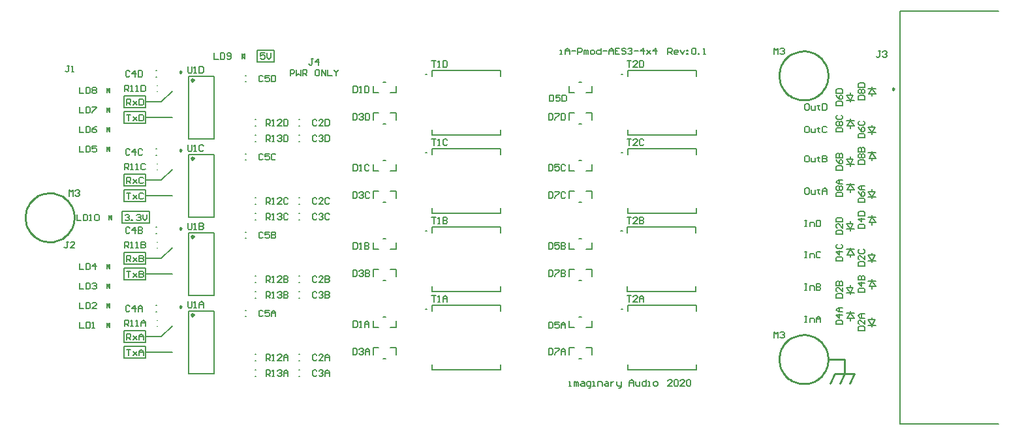
<source format=gto>
G04*
G04 #@! TF.GenerationSoftware,Altium Limited,Altium Designer,20.2.6 (244)*
G04*
G04 Layer_Color=65535*
%FSLAX25Y25*%
%MOIN*%
G70*
G04*
G04 #@! TF.SameCoordinates,92151F8D-A914-4CFD-8B26-E94C02A97E6A*
G04*
G04*
G04 #@! TF.FilePolarity,Positive*
G04*
G01*
G75*
%ADD10C,0.00787*%
%ADD11C,0.00984*%
%ADD12C,0.01000*%
%ADD13C,0.01181*%
%ADD14C,0.00500*%
%ADD15C,0.00600*%
D10*
X307531Y160500D02*
X306744D01*
X307531D01*
Y200500D02*
X306744D01*
X307531D01*
Y240500D02*
X306744D01*
X307531D01*
Y280500D02*
X306744D01*
X307531D01*
X407531Y160500D02*
X406744D01*
X407531D01*
X407394Y200500D02*
X406606D01*
X407394D01*
X407531Y240500D02*
X406744D01*
X407531D01*
Y280500D02*
X406744D01*
X407531D01*
X291905Y151181D02*
Y154626D01*
X280095Y151181D02*
X282949D01*
X289051D02*
X291905D01*
X280095D02*
Y154626D01*
X285311Y156693D02*
X286689D01*
X285311Y196693D02*
X286689D01*
X280095Y191181D02*
Y194626D01*
X289051Y191181D02*
X291905D01*
X280095D02*
X282949D01*
X291905D02*
Y194626D01*
Y231181D02*
Y234626D01*
X280095Y231181D02*
X282949D01*
X289051D02*
X291905D01*
X280095D02*
Y234626D01*
X285311Y236693D02*
X286689D01*
X285311Y276693D02*
X286689D01*
X280095Y271181D02*
Y274626D01*
X289051Y271181D02*
X291905D01*
X280095D02*
X282949D01*
X291905D02*
Y274626D01*
X280095Y137374D02*
Y140819D01*
X289051D02*
X291905D01*
X280095D02*
X282949D01*
X291905Y137374D02*
Y140819D01*
X285311Y135307D02*
X286689D01*
X285311Y175307D02*
X286689D01*
X291905Y177374D02*
Y180819D01*
X280095D02*
X282949D01*
X289051D02*
X291905D01*
X280095Y177374D02*
Y180819D01*
Y217374D02*
Y220819D01*
X289051D02*
X291905D01*
X280095D02*
X282949D01*
X291905Y217374D02*
Y220819D01*
X285311Y215307D02*
X286689D01*
X285311Y255307D02*
X286689D01*
X291905Y257374D02*
Y260819D01*
X280095D02*
X282949D01*
X289051D02*
X291905D01*
X280095Y257374D02*
Y260819D01*
X391905Y151181D02*
Y154626D01*
X380095Y151181D02*
X382949D01*
X389051D02*
X391905D01*
X380095D02*
Y154626D01*
X385311Y156693D02*
X386689D01*
X385311Y196693D02*
X386689D01*
X380095Y191181D02*
Y194626D01*
X389051Y191181D02*
X391905D01*
X380095D02*
X382949D01*
X391905D02*
Y194626D01*
Y231181D02*
Y234626D01*
X380095Y231181D02*
X382949D01*
X389051D02*
X391905D01*
X380095D02*
Y234626D01*
X385311Y236693D02*
X386689D01*
X385311Y276693D02*
X386689D01*
X380095Y271181D02*
Y274626D01*
X389051Y271181D02*
X391905D01*
X380095D02*
X382949D01*
X391905D02*
Y274626D01*
X380095Y137374D02*
Y140819D01*
X389051D02*
X391905D01*
X380095D02*
X382949D01*
X391905Y137374D02*
Y140819D01*
X385311Y135307D02*
X386689D01*
X385311Y175307D02*
X386689D01*
X391905Y177374D02*
Y180819D01*
X380095D02*
X382949D01*
X389051D02*
X391905D01*
X380095Y177374D02*
Y180819D01*
Y217374D02*
Y220819D01*
X389051D02*
X391905D01*
X380095D02*
X382949D01*
X391905Y217374D02*
Y220819D01*
X385311Y215307D02*
X386689D01*
X385311Y255307D02*
X386689D01*
X391905Y257374D02*
Y260819D01*
X380095D02*
X382949D01*
X389051D02*
X391905D01*
X380095Y257374D02*
Y260819D01*
X549352Y102000D02*
X599700D01*
X549352Y313000D02*
X599700D01*
X549352Y102000D02*
Y313000D01*
X535000Y155181D02*
Y156362D01*
Y151638D02*
Y152425D01*
X533032Y155181D02*
X536575D01*
X533032D02*
X535000Y152425D01*
X536575Y155181D01*
X533032Y152425D02*
X536969D01*
X523800Y154758D02*
Y155939D01*
Y158695D02*
Y159482D01*
X522225Y155939D02*
X525769D01*
X523800Y158695D02*
X525769Y155939D01*
X522225D02*
X523800Y158695D01*
X521832D02*
X525769D01*
X523800Y171801D02*
Y172982D01*
Y168258D02*
Y169045D01*
X521832Y171801D02*
X525375D01*
X521832D02*
X523800Y169045D01*
X525375Y171801D01*
X521832Y169045D02*
X525769D01*
X535000Y171138D02*
Y172319D01*
Y175075D02*
Y175862D01*
X533425Y172319D02*
X536969D01*
X535000Y175075D02*
X536969Y172319D01*
X533425D02*
X535000Y175075D01*
X533032D02*
X536969D01*
X535000Y188181D02*
Y189362D01*
Y184638D02*
Y185425D01*
X533032Y188181D02*
X536575D01*
X533032D02*
X535000Y185425D01*
X536575Y188181D01*
X533032Y185425D02*
X536969D01*
X523800Y187258D02*
Y188439D01*
Y191195D02*
Y191982D01*
X522225Y188439D02*
X525769D01*
X523800Y191195D02*
X525769Y188439D01*
X522225D02*
X523800Y191195D01*
X521832D02*
X525769D01*
X523800Y204301D02*
Y205482D01*
Y200758D02*
Y201545D01*
X521832Y204301D02*
X525375D01*
X521832D02*
X523800Y201545D01*
X525375Y204301D01*
X521832Y201545D02*
X525769D01*
X535000Y203758D02*
Y204939D01*
Y207695D02*
Y208482D01*
X533425Y204939D02*
X536969D01*
X535000Y207695D02*
X536969Y204939D01*
X533425D02*
X535000Y207695D01*
X533032D02*
X536969D01*
X186000Y127500D02*
X199000D01*
X186000Y159500D02*
X199000D01*
Y127500D02*
Y159500D01*
X186000Y127500D02*
Y159500D01*
Y167500D02*
Y199500D01*
X199000Y167500D02*
Y199500D01*
X186000D02*
X199000D01*
X186000Y167500D02*
X199000D01*
X186000Y207500D02*
X199000D01*
X186000Y239500D02*
X199000D01*
Y207500D02*
Y239500D01*
X186000Y207500D02*
Y239500D01*
Y247500D02*
Y279500D01*
X199000Y247500D02*
Y279500D01*
X186000D02*
X199000D01*
X186000Y247500D02*
X199000D01*
X533032Y240555D02*
X536969D01*
X533425Y237799D02*
X535000Y240555D01*
X536969Y237799D01*
X533425D02*
X536969D01*
X535000Y240555D02*
Y241342D01*
Y236618D02*
Y237799D01*
X521832Y234545D02*
X525769D01*
X523800D02*
X525375Y237301D01*
X521832D02*
X523800Y234545D01*
X521832Y237301D02*
X525375D01*
X523800Y233758D02*
Y234545D01*
Y237301D02*
Y238482D01*
X533032Y218045D02*
X536969D01*
X535000D02*
X536575Y220801D01*
X533032D02*
X535000Y218045D01*
X533032Y220801D02*
X536575D01*
X535000Y217258D02*
Y218045D01*
Y220801D02*
Y221982D01*
X523800Y220418D02*
Y221599D01*
Y224355D02*
Y225142D01*
X522225Y221599D02*
X525769D01*
X523800Y224355D02*
X525769Y221599D01*
X522225D02*
X523800Y224355D01*
X521832D02*
X525769D01*
X533032Y250845D02*
X536969D01*
X535000D02*
X536575Y253601D01*
X533032D02*
X535000Y250845D01*
X533032Y253601D02*
X536575D01*
X535000Y250058D02*
Y250845D01*
Y253601D02*
Y254782D01*
X532932Y273455D02*
X536868D01*
X533325Y270699D02*
X534900Y273455D01*
X536868Y270699D01*
X533325D02*
X536868D01*
X534900Y273455D02*
Y274242D01*
Y269518D02*
Y270699D01*
X521832Y257055D02*
X525769D01*
X522225Y254299D02*
X523800Y257055D01*
X525769Y254299D01*
X522225D02*
X525769D01*
X523800Y257055D02*
Y257842D01*
Y253118D02*
Y254299D01*
Y270101D02*
Y271282D01*
Y266558D02*
Y267345D01*
X521832Y270101D02*
X525375D01*
X521832D02*
X523800Y267345D01*
X525375Y270101D01*
X521832Y267345D02*
X525769D01*
D11*
X546158Y273182D02*
X545419Y273608D01*
Y272755D01*
X546158Y273182D01*
X182264Y161846D02*
X181526Y162273D01*
Y161420D01*
X182264Y161846D01*
Y201847D02*
X181526Y202273D01*
Y201420D01*
X182264Y201847D01*
Y241846D02*
X181526Y242273D01*
Y241420D01*
X182264Y241846D01*
Y281846D02*
X181526Y282273D01*
Y281420D01*
X182264Y281846D01*
D12*
X512500Y135000D02*
X512461Y135993D01*
X512342Y136980D01*
X512146Y137954D01*
X511873Y138910D01*
X511525Y139841D01*
X511103Y140741D01*
X510612Y141605D01*
X510054Y142428D01*
X509432Y143203D01*
X508750Y143926D01*
X508014Y144593D01*
X507226Y145200D01*
X506393Y145741D01*
X505519Y146215D01*
X504611Y146618D01*
X503673Y146948D01*
X502712Y147202D01*
X501734Y147379D01*
X500745Y147478D01*
X499752Y147497D01*
X498759Y147438D01*
X497775Y147300D01*
X496805Y147085D01*
X495855Y146793D01*
X494931Y146426D01*
X494039Y145987D01*
X493185Y145479D01*
X492374Y144904D01*
X491611Y144267D01*
X490902Y143571D01*
X490249Y142821D01*
X489659Y142022D01*
X489134Y141178D01*
X488677Y140295D01*
X488292Y139379D01*
X487981Y138435D01*
X487746Y137469D01*
X487589Y136488D01*
X487510Y135497D01*
Y134503D01*
X487589Y133512D01*
X487746Y132531D01*
X487981Y131565D01*
X488292Y130621D01*
X488677Y129705D01*
X489134Y128822D01*
X489659Y127978D01*
X490249Y127179D01*
X490902Y126429D01*
X491611Y125733D01*
X492374Y125096D01*
X493185Y124521D01*
X494039Y124013D01*
X494931Y123574D01*
X495855Y123207D01*
X496805Y122915D01*
X497775Y122700D01*
X498759Y122562D01*
X499752Y122503D01*
X500745Y122522D01*
X501734Y122621D01*
X502712Y122798D01*
X503673Y123052D01*
X504611Y123381D01*
X505519Y123784D01*
X506393Y124258D01*
X507226Y124800D01*
X508014Y125407D01*
X508751Y126074D01*
X509432Y126797D01*
X510054Y127573D01*
X510612Y128395D01*
X511103Y129259D01*
X511525Y130159D01*
X511873Y131090D01*
X512146Y132046D01*
X512342Y133020D01*
X512461Y134007D01*
X512500Y135000D01*
Y280000D02*
X512461Y280993D01*
X512342Y281980D01*
X512146Y282954D01*
X511873Y283910D01*
X511525Y284841D01*
X511103Y285741D01*
X510612Y286605D01*
X510054Y287427D01*
X509432Y288203D01*
X508750Y288926D01*
X508014Y289593D01*
X507226Y290200D01*
X506393Y290741D01*
X505519Y291215D01*
X504611Y291618D01*
X503673Y291948D01*
X502712Y292202D01*
X501734Y292379D01*
X500745Y292478D01*
X499752Y292497D01*
X498759Y292438D01*
X497775Y292300D01*
X496805Y292085D01*
X495855Y291793D01*
X494931Y291426D01*
X494039Y290987D01*
X493185Y290479D01*
X492374Y289904D01*
X491611Y289267D01*
X490902Y288571D01*
X490249Y287821D01*
X489659Y287022D01*
X489134Y286178D01*
X488677Y285295D01*
X488292Y284379D01*
X487981Y283435D01*
X487746Y282469D01*
X487589Y281488D01*
X487510Y280497D01*
Y279503D01*
X487589Y278512D01*
X487746Y277531D01*
X487981Y276565D01*
X488292Y275621D01*
X488677Y274705D01*
X489134Y273822D01*
X489659Y272978D01*
X490249Y272179D01*
X490902Y271429D01*
X491611Y270733D01*
X492374Y270096D01*
X493185Y269521D01*
X494039Y269013D01*
X494931Y268574D01*
X495855Y268207D01*
X496805Y267915D01*
X497775Y267700D01*
X498759Y267562D01*
X499752Y267502D01*
X500745Y267522D01*
X501734Y267621D01*
X502712Y267798D01*
X503673Y268052D01*
X504611Y268382D01*
X505519Y268784D01*
X506393Y269258D01*
X507226Y269800D01*
X508014Y270407D01*
X508751Y271074D01*
X509432Y271797D01*
X510054Y272572D01*
X510612Y273395D01*
X511103Y274259D01*
X511525Y275159D01*
X511873Y276090D01*
X512146Y277046D01*
X512342Y278020D01*
X512461Y279007D01*
X512500Y280000D01*
X127500Y207500D02*
X127461Y208493D01*
X127342Y209480D01*
X127146Y210454D01*
X126873Y211410D01*
X126525Y212341D01*
X126103Y213241D01*
X125612Y214105D01*
X125054Y214928D01*
X124432Y215703D01*
X123750Y216426D01*
X123014Y217093D01*
X122226Y217700D01*
X121393Y218242D01*
X120519Y218716D01*
X119611Y219118D01*
X118673Y219448D01*
X117712Y219702D01*
X116734Y219879D01*
X115745Y219978D01*
X114752Y219998D01*
X113759Y219938D01*
X112775Y219800D01*
X111805Y219585D01*
X110855Y219293D01*
X109931Y218926D01*
X109039Y218487D01*
X108185Y217979D01*
X107374Y217404D01*
X106611Y216767D01*
X105902Y216071D01*
X105249Y215321D01*
X104659Y214522D01*
X104133Y213678D01*
X103677Y212795D01*
X103292Y211879D01*
X102981Y210935D01*
X102746Y209969D01*
X102589Y208988D01*
X102510Y207997D01*
Y207003D01*
X102589Y206012D01*
X102746Y205031D01*
X102981Y204065D01*
X103292Y203121D01*
X103677Y202205D01*
X104133Y201322D01*
X104659Y200478D01*
X105249Y199679D01*
X105902Y198929D01*
X106611Y198233D01*
X107374Y197596D01*
X108185Y197021D01*
X109039Y196513D01*
X109931Y196074D01*
X110855Y195707D01*
X111805Y195415D01*
X112775Y195200D01*
X113759Y195062D01*
X114752Y195002D01*
X115745Y195022D01*
X116734Y195121D01*
X117712Y195298D01*
X118673Y195552D01*
X119611Y195881D01*
X120519Y196284D01*
X121393Y196758D01*
X122226Y197300D01*
X123014Y197907D01*
X123750Y198574D01*
X124432Y199297D01*
X125054Y200073D01*
X125612Y200895D01*
X126103Y201759D01*
X126525Y202659D01*
X126873Y203590D01*
X127146Y204546D01*
X127342Y205520D01*
X127461Y206507D01*
X127500Y207500D01*
X513000Y135000D02*
X521000D01*
Y127500D02*
Y135000D01*
X523500Y122500D02*
X526000Y127500D01*
X518500Y122500D02*
X521000Y127500D01*
X513500Y122500D02*
X516000Y127500D01*
X526000D01*
D13*
X188591Y157500D02*
X188000Y158091D01*
X187409Y157500D01*
X188000Y156909D01*
X188591Y157500D01*
Y197500D02*
X188000Y198091D01*
X187409Y197500D01*
X188000Y196909D01*
X188591Y197500D01*
Y237500D02*
X188000Y238090D01*
X187409Y237500D01*
X188000Y236910D01*
X188591Y237500D01*
Y277500D02*
X188000Y278091D01*
X187409Y277500D01*
X188000Y276909D01*
X188591Y277500D01*
D14*
X310138Y129500D02*
Y132220D01*
X345138Y129500D02*
Y132220D01*
Y159780D02*
Y162500D01*
X310138Y159780D02*
Y162500D01*
X345138D01*
X310138Y129500D02*
X345138D01*
X310138Y169500D02*
X345138D01*
X310138Y202500D02*
X345138D01*
X310138Y199779D02*
Y202500D01*
X345138Y199779D02*
Y202500D01*
Y169500D02*
Y172221D01*
X310138Y169500D02*
Y172221D01*
Y209500D02*
Y212221D01*
X345138Y209500D02*
Y212221D01*
Y239779D02*
Y242500D01*
X310138Y239779D02*
Y242500D01*
X345138D01*
X310138Y209500D02*
X345138D01*
X310138Y249500D02*
X345138D01*
X310138Y282500D02*
X345138D01*
X310138Y279780D02*
Y282500D01*
X345138Y279780D02*
Y282500D01*
Y249500D02*
Y252221D01*
X310138Y249500D02*
Y252221D01*
X410138Y129500D02*
Y132220D01*
X445138Y129500D02*
Y132220D01*
Y159780D02*
Y162500D01*
X410138Y159780D02*
Y162500D01*
X445138D01*
X410138Y129500D02*
X445138D01*
X410000Y169500D02*
X445000D01*
X410000Y202500D02*
X445000D01*
X410000Y199779D02*
Y202500D01*
X445000Y199779D02*
Y202500D01*
Y169500D02*
Y172221D01*
X410000Y169500D02*
Y172221D01*
X410138Y209500D02*
Y212221D01*
X445138Y209500D02*
Y212221D01*
Y239779D02*
Y242500D01*
X410138Y239779D02*
Y242500D01*
X445138D01*
X410138Y209500D02*
X445138D01*
X410138Y249500D02*
X445138D01*
X410138Y282500D02*
X445138D01*
X410138Y279780D02*
Y282500D01*
X445138Y279780D02*
Y282500D01*
Y249500D02*
Y252221D01*
X410138Y249500D02*
Y252221D01*
X145300Y206300D02*
Y208700D01*
X145500Y207500D02*
X146700Y208700D01*
Y206300D02*
Y208700D01*
X145500Y207500D02*
X146700Y206300D01*
X144300Y151300D02*
Y153700D01*
X144500Y152500D02*
X145700Y153700D01*
Y151300D02*
Y153700D01*
X144500Y152500D02*
X145700Y151300D01*
X144500Y162500D02*
X145700Y161300D01*
Y163700D01*
X144500Y162500D02*
X145700Y163700D01*
X144300Y161300D02*
Y163700D01*
Y181300D02*
Y183700D01*
X144500Y182500D02*
X145700Y183700D01*
Y181300D02*
Y183700D01*
X144500Y182500D02*
X145700Y181300D01*
X144500Y172500D02*
X145700Y171300D01*
Y173700D01*
X144500Y172500D02*
X145700Y173700D01*
X144300Y171300D02*
Y173700D01*
Y241300D02*
Y243700D01*
X144500Y242500D02*
X145700Y243700D01*
Y241300D02*
Y243700D01*
X144500Y242500D02*
X145700Y241300D01*
X144500Y252500D02*
X145700Y251300D01*
Y253700D01*
X144500Y252500D02*
X145700Y253700D01*
X144300Y251300D02*
Y253700D01*
Y261300D02*
Y263700D01*
X144500Y262500D02*
X145700Y263700D01*
Y261300D02*
Y263700D01*
X144500Y262500D02*
X145700Y261300D01*
X144500Y272500D02*
X145700Y271300D01*
Y273700D01*
X144500Y272500D02*
X145700Y273700D01*
X144300Y271300D02*
Y273700D01*
X213100Y288800D02*
Y291200D01*
X213300Y290000D02*
X214500Y291200D01*
Y288800D02*
Y291200D01*
X213300Y290000D02*
X214500Y288800D01*
X219900Y137600D02*
X220100D01*
X219900Y134400D02*
X220100D01*
X219900Y174400D02*
X220100D01*
X219900Y177600D02*
X220100D01*
X219900Y217600D02*
X220100D01*
X219900Y214400D02*
X220100D01*
X219900Y254400D02*
X220100D01*
X219900Y257600D02*
X220100D01*
X219900Y129600D02*
X220100D01*
X219900Y126400D02*
X220100D01*
X219900Y166400D02*
X220100D01*
X219900Y169600D02*
X220100D01*
X219900Y209600D02*
X220100D01*
X219900Y206400D02*
X220100D01*
X219900Y246400D02*
X220100D01*
X219900Y249600D02*
X220100D01*
X169743Y155100D02*
X169942D01*
X169743Y151900D02*
X169942D01*
X169743Y191900D02*
X169942D01*
X169743Y195100D02*
X169942D01*
X169743Y235100D02*
X169942D01*
X169743Y231900D02*
X169942D01*
X169743Y271900D02*
X169942D01*
X169743Y275100D02*
X169942D01*
X242303Y134425D02*
X242697D01*
X242303Y137575D02*
X242697D01*
X242303Y177575D02*
X242697D01*
X242303Y174425D02*
X242697D01*
X242303Y214425D02*
X242697D01*
X242303Y217575D02*
X242697D01*
X242303Y257575D02*
X242697D01*
X242303Y254425D02*
X242697D01*
X242303Y126425D02*
X242697D01*
X242303Y129575D02*
X242697D01*
X242303Y169575D02*
X242697D01*
X242303Y166425D02*
X242697D01*
X242303Y206425D02*
X242697D01*
X242303Y209575D02*
X242697D01*
X242303Y249575D02*
X242697D01*
X242303Y246425D02*
X242697D01*
X169153Y159425D02*
X169547D01*
X169153Y162575D02*
X169547D01*
X169153Y202575D02*
X169547D01*
X169153Y199425D02*
X169547D01*
X169153Y239425D02*
X169547D01*
X169153Y242575D02*
X169547D01*
X169153Y282575D02*
X169547D01*
X169153Y279425D02*
X169547D01*
X214803Y160075D02*
X215197D01*
X214803Y156925D02*
X215197D01*
X214803Y196925D02*
X215197D01*
X214803Y200075D02*
X215197D01*
X214803Y240075D02*
X215197D01*
X214803Y236925D02*
X215197D01*
X214803Y276925D02*
X215197D01*
X214803Y280075D02*
X215197D01*
D15*
X152000Y204500D02*
Y210500D01*
Y204500D02*
X166000D01*
X152000Y210500D02*
X166000D01*
X221000Y287000D02*
X229500D01*
X221000D02*
Y293000D01*
X229500Y287000D02*
Y293000D01*
X221000D02*
X229500D01*
X166000Y204500D02*
Y210500D01*
X164000Y258500D02*
X177500D01*
X164000Y218500D02*
X177500D01*
X164000Y266500D02*
X172000D01*
X177500Y272000D01*
X164000Y226500D02*
X172000D01*
X177500Y232000D01*
X164000Y186500D02*
X172000D01*
X177500Y192000D01*
X164000Y178500D02*
X177500D01*
X172000Y146500D02*
X177500Y152000D01*
X164000Y146500D02*
X172000D01*
X164000Y138500D02*
X177500D01*
X153000Y269500D02*
X164000D01*
Y263500D02*
Y269500D01*
X153000Y263500D02*
Y269500D01*
Y263500D02*
X164000D01*
X153000Y261500D02*
X164000D01*
Y255500D02*
Y261500D01*
X153000Y255500D02*
Y261500D01*
Y255500D02*
X164000D01*
X153000Y229500D02*
X164000D01*
Y223500D02*
Y229500D01*
X153000Y223500D02*
Y229500D01*
Y223500D02*
X164000D01*
X153000Y221500D02*
X164000D01*
Y215500D02*
Y221500D01*
X153000Y215500D02*
Y221500D01*
Y215500D02*
X164000D01*
X153000Y189500D02*
X164000D01*
Y183500D02*
Y189500D01*
X153000Y183500D02*
Y189500D01*
Y183500D02*
X164000D01*
X153000Y181500D02*
X164000D01*
Y175500D02*
Y181500D01*
X153000Y175500D02*
Y181500D01*
Y175500D02*
X164000D01*
X153000Y149500D02*
X164000D01*
Y143500D02*
Y149500D01*
X153000Y143500D02*
Y149500D01*
Y143500D02*
X164000D01*
X153000Y135500D02*
X164000D01*
X153000D02*
Y141500D01*
X164000Y135500D02*
Y141500D01*
X153000D02*
X164000D01*
X153402Y208566D02*
X153935Y209100D01*
X155001D01*
X155534Y208566D01*
Y208033D01*
X155001Y207500D01*
X154468D01*
X155001D01*
X155534Y206967D01*
Y206434D01*
X155001Y205901D01*
X153935D01*
X153402Y206434D01*
X156601Y205901D02*
Y206434D01*
X157134D01*
Y205901D01*
X156601D01*
X159267Y208566D02*
X159800Y209100D01*
X160866D01*
X161399Y208566D01*
Y208033D01*
X160866Y207500D01*
X160333D01*
X160866D01*
X161399Y206967D01*
Y206434D01*
X160866Y205901D01*
X159800D01*
X159267Y206434D01*
X162466Y209100D02*
Y206967D01*
X163532Y205901D01*
X164598Y206967D01*
Y209100D01*
X484834Y290900D02*
Y294099D01*
X485900Y293033D01*
X486967Y294099D01*
Y290900D01*
X488033Y293566D02*
X488566Y294099D01*
X489633D01*
X490166Y293566D01*
Y293033D01*
X489633Y292500D01*
X489100D01*
X489633D01*
X490166Y291967D01*
Y291434D01*
X489633Y290900D01*
X488566D01*
X488033Y291434D01*
X124834Y218401D02*
Y221600D01*
X125900Y220533D01*
X126967Y221600D01*
Y218401D01*
X128033Y221066D02*
X128566Y221600D01*
X129633D01*
X130166Y221066D01*
Y220533D01*
X129633Y220000D01*
X129100D01*
X129633D01*
X130166Y219467D01*
Y218934D01*
X129633Y218401D01*
X128566D01*
X128033Y218934D01*
X484834Y145900D02*
Y149100D01*
X485900Y148033D01*
X486967Y149100D01*
Y145900D01*
X488033Y148566D02*
X488566Y149100D01*
X489633D01*
X490166Y148566D01*
Y148033D01*
X489633Y147500D01*
X489100D01*
X489633D01*
X490166Y146967D01*
Y146434D01*
X489633Y145900D01*
X488566D01*
X488033Y146434D01*
X502200Y222600D02*
X501133D01*
X500600Y222066D01*
Y219934D01*
X501133Y219401D01*
X502200D01*
X502733Y219934D01*
Y222066D01*
X502200Y222600D01*
X503799Y221533D02*
Y219934D01*
X504332Y219401D01*
X505932D01*
Y221533D01*
X507531Y222066D02*
Y221533D01*
X506998D01*
X508064D01*
X507531D01*
Y219934D01*
X508064Y219401D01*
X509664D02*
Y221533D01*
X510730Y222600D01*
X511796Y221533D01*
Y219401D01*
Y221000D01*
X509664D01*
X502200Y239100D02*
X501133D01*
X500600Y238566D01*
Y236434D01*
X501133Y235900D01*
X502200D01*
X502733Y236434D01*
Y238566D01*
X502200Y239100D01*
X503799Y238033D02*
Y236434D01*
X504332Y235900D01*
X505932D01*
Y238033D01*
X507531Y238566D02*
Y238033D01*
X506998D01*
X508064D01*
X507531D01*
Y236434D01*
X508064Y235900D01*
X509664Y239100D02*
Y235900D01*
X511263D01*
X511796Y236434D01*
Y236967D01*
X511263Y237500D01*
X509664D01*
X511263D01*
X511796Y238033D01*
Y238566D01*
X511263Y239100D01*
X509664D01*
X502200Y254099D02*
X501133D01*
X500600Y253566D01*
Y251434D01*
X501133Y250901D01*
X502200D01*
X502733Y251434D01*
Y253566D01*
X502200Y254099D01*
X503799Y253033D02*
Y251434D01*
X504332Y250901D01*
X505932D01*
Y253033D01*
X507531Y253566D02*
Y253033D01*
X506998D01*
X508064D01*
X507531D01*
Y251434D01*
X508064Y250901D01*
X511796Y253566D02*
X511263Y254099D01*
X510197D01*
X509664Y253566D01*
Y251434D01*
X510197Y250901D01*
X511263D01*
X511796Y251434D01*
X502200Y265599D02*
X501133D01*
X500600Y265066D01*
Y262934D01*
X501133Y262401D01*
X502200D01*
X502733Y262934D01*
Y265066D01*
X502200Y265599D01*
X503799Y264533D02*
Y262934D01*
X504332Y262401D01*
X505932D01*
Y264533D01*
X507531Y265066D02*
Y264533D01*
X506998D01*
X508064D01*
X507531D01*
Y262934D01*
X508064Y262401D01*
X509664Y265599D02*
Y262401D01*
X511263D01*
X511796Y262934D01*
Y265066D01*
X511263Y265599D01*
X509664D01*
X500600Y206100D02*
X501666D01*
X501133D01*
Y202901D01*
X500600D01*
X501666D01*
X503266D02*
Y205033D01*
X504865D01*
X505398Y204500D01*
Y202901D01*
X506465Y206100D02*
Y202901D01*
X508064D01*
X508597Y203434D01*
Y205566D01*
X508064Y206100D01*
X506465D01*
X500600Y190100D02*
X501666D01*
X501133D01*
Y186900D01*
X500600D01*
X501666D01*
X503266D02*
Y189033D01*
X504865D01*
X505398Y188500D01*
Y186900D01*
X508597Y189566D02*
X508064Y190100D01*
X506998D01*
X506465Y189566D01*
Y187434D01*
X506998Y186900D01*
X508064D01*
X508597Y187434D01*
X500600Y173600D02*
X501666D01*
X501133D01*
Y170401D01*
X500600D01*
X501666D01*
X503266D02*
Y172533D01*
X504865D01*
X505398Y172000D01*
Y170401D01*
X506465Y173600D02*
Y170401D01*
X508064D01*
X508597Y170934D01*
Y171467D01*
X508064Y172000D01*
X506465D01*
X508064D01*
X508597Y172533D01*
Y173066D01*
X508064Y173600D01*
X506465D01*
X500600Y157099D02*
X501666D01*
X501133D01*
Y153901D01*
X500600D01*
X501666D01*
X503266D02*
Y156033D01*
X504865D01*
X505398Y155500D01*
Y153901D01*
X506465D02*
Y156033D01*
X507531Y157099D01*
X508597Y156033D01*
Y153901D01*
Y155500D01*
X506465D01*
X154235Y140100D02*
X156367D01*
X155301D01*
Y136900D01*
X157434Y139033D02*
X159566Y136900D01*
X158500Y137967D01*
X159566Y139033D01*
X157434Y136900D01*
X160633D02*
Y139033D01*
X161699Y140100D01*
X162765Y139033D01*
Y136900D01*
Y138500D01*
X160633D01*
X154235Y180099D02*
X156367D01*
X155301D01*
Y176900D01*
X157434Y179033D02*
X159566Y176900D01*
X158500Y177967D01*
X159566Y179033D01*
X157434Y176900D01*
X160633Y180099D02*
Y176900D01*
X162232D01*
X162765Y177434D01*
Y177967D01*
X162232Y178500D01*
X160633D01*
X162232D01*
X162765Y179033D01*
Y179566D01*
X162232Y180099D01*
X160633D01*
X154235Y220099D02*
X156367D01*
X155301D01*
Y216900D01*
X157434Y219033D02*
X159566Y216900D01*
X158500Y217967D01*
X159566Y219033D01*
X157434Y216900D01*
X162765Y219566D02*
X162232Y220099D01*
X161166D01*
X160633Y219566D01*
Y217434D01*
X161166Y216900D01*
X162232D01*
X162765Y217434D01*
X154235Y260100D02*
X156367D01*
X155301D01*
Y256901D01*
X157434Y259033D02*
X159566Y256901D01*
X158500Y257967D01*
X159566Y259033D01*
X157434Y256901D01*
X160633Y260100D02*
Y256901D01*
X162232D01*
X162765Y257434D01*
Y259566D01*
X162232Y260100D01*
X160633D01*
X154235Y264900D02*
Y268099D01*
X155834D01*
X156367Y267566D01*
Y266500D01*
X155834Y265967D01*
X154235D01*
X155301D02*
X156367Y264900D01*
X157434Y267033D02*
X159566Y264900D01*
X158500Y265967D01*
X159566Y267033D01*
X157434Y264900D01*
X160633Y268099D02*
Y264900D01*
X162232D01*
X162765Y265434D01*
Y267566D01*
X162232Y268099D01*
X160633D01*
X154235Y224901D02*
Y228099D01*
X155834D01*
X156367Y227566D01*
Y226500D01*
X155834Y225967D01*
X154235D01*
X155301D02*
X156367Y224901D01*
X157434Y227033D02*
X159566Y224901D01*
X158500Y225967D01*
X159566Y227033D01*
X157434Y224901D01*
X162765Y227566D02*
X162232Y228099D01*
X161166D01*
X160633Y227566D01*
Y225434D01*
X161166Y224901D01*
X162232D01*
X162765Y225434D01*
X154235Y184900D02*
Y188100D01*
X155834D01*
X156367Y187566D01*
Y186500D01*
X155834Y185967D01*
X154235D01*
X155301D02*
X156367Y184900D01*
X157434Y187033D02*
X159566Y184900D01*
X158500Y185967D01*
X159566Y187033D01*
X157434Y184900D01*
X160633Y188100D02*
Y184900D01*
X162232D01*
X162765Y185434D01*
Y185967D01*
X162232Y186500D01*
X160633D01*
X162232D01*
X162765Y187033D01*
Y187566D01*
X162232Y188100D01*
X160633D01*
X154235Y144901D02*
Y148100D01*
X155834D01*
X156367Y147566D01*
Y146500D01*
X155834Y145967D01*
X154235D01*
X155301D02*
X156367Y144901D01*
X157434Y147033D02*
X159566Y144901D01*
X158500Y145967D01*
X159566Y147033D01*
X157434Y144901D01*
X160633D02*
Y147033D01*
X161699Y148100D01*
X162765Y147033D01*
Y144901D01*
Y146500D01*
X160633D01*
X432733Y121400D02*
X430600D01*
X432733Y123533D01*
Y124066D01*
X432199Y124600D01*
X431133D01*
X430600Y124066D01*
X433799D02*
X434332Y124600D01*
X435398D01*
X435932Y124066D01*
Y121934D01*
X435398Y121400D01*
X434332D01*
X433799Y121934D01*
Y124066D01*
X439131Y121400D02*
X436998D01*
X439131Y123533D01*
Y124066D01*
X438597Y124600D01*
X437531D01*
X436998Y124066D01*
X440197D02*
X440730Y124600D01*
X441796D01*
X442330Y124066D01*
Y121934D01*
X441796Y121400D01*
X440730D01*
X440197Y121934D01*
Y124066D01*
X380100Y121434D02*
X381166D01*
X380633D01*
Y123566D01*
X380100D01*
X382766Y121434D02*
Y123566D01*
X383299D01*
X383832Y123033D01*
Y121434D01*
Y123033D01*
X384365Y123566D01*
X384898Y123033D01*
Y121434D01*
X386498Y123566D02*
X387564D01*
X388097Y123033D01*
Y121434D01*
X386498D01*
X385965Y121967D01*
X386498Y122500D01*
X388097D01*
X390230Y120367D02*
X390763D01*
X391296Y120900D01*
Y123566D01*
X389697D01*
X389164Y123033D01*
Y121967D01*
X389697Y121434D01*
X391296D01*
X392363D02*
X393429D01*
X392896D01*
Y123566D01*
X392363D01*
X395028Y121434D02*
Y123566D01*
X396628D01*
X397161Y123033D01*
Y121434D01*
X398761Y123566D02*
X399827D01*
X400360Y123033D01*
Y121434D01*
X398761D01*
X398228Y121967D01*
X398761Y122500D01*
X400360D01*
X401427Y123566D02*
Y121434D01*
Y122500D01*
X401960Y123033D01*
X402493Y123566D01*
X403026D01*
X404625D02*
Y121967D01*
X405159Y121434D01*
X406758D01*
Y120900D01*
X406225Y120367D01*
X405692D01*
X406758Y121434D02*
Y123566D01*
X411023Y121434D02*
Y123566D01*
X412090Y124633D01*
X413156Y123566D01*
Y121434D01*
Y123033D01*
X411023D01*
X414222Y123566D02*
Y121967D01*
X414755Y121434D01*
X416355D01*
Y123566D01*
X419554Y124633D02*
Y121434D01*
X417954D01*
X417421Y121967D01*
Y123033D01*
X417954Y123566D01*
X419554D01*
X420620Y121434D02*
X421687D01*
X421153D01*
Y123566D01*
X420620D01*
X423819Y121434D02*
X424886D01*
X425419Y121967D01*
Y123033D01*
X424886Y123566D01*
X423819D01*
X423286Y123033D01*
Y121967D01*
X423819Y121434D01*
X237737Y279901D02*
Y283100D01*
X239337D01*
X239870Y282566D01*
Y281500D01*
X239337Y280967D01*
X237737D01*
X240936Y283100D02*
Y279901D01*
X242003Y280967D01*
X243069Y279901D01*
Y283100D01*
X244135Y279901D02*
Y283100D01*
X245735D01*
X246268Y282566D01*
Y281500D01*
X245735Y280967D01*
X244135D01*
X245201D02*
X246268Y279901D01*
X252133Y283100D02*
X251066D01*
X250533Y282566D01*
Y280434D01*
X251066Y279901D01*
X252133D01*
X252666Y280434D01*
Y282566D01*
X252133Y283100D01*
X253732Y279901D02*
Y283100D01*
X255865Y279901D01*
Y283100D01*
X256931D02*
Y279901D01*
X259064D01*
X260130Y283100D02*
Y282566D01*
X261196Y281500D01*
X262263Y282566D01*
Y283100D01*
X261196Y281500D02*
Y279901D01*
X249467Y288599D02*
X248400D01*
X248934D01*
Y285934D01*
X248400Y285401D01*
X247867D01*
X247334Y285934D01*
X252133Y285401D02*
Y288599D01*
X250533Y287000D01*
X252666D01*
X224733Y291599D02*
X222600D01*
Y290000D01*
X223666Y290533D01*
X224200D01*
X224733Y290000D01*
Y288934D01*
X224200Y288401D01*
X223133D01*
X222600Y288934D01*
X225799Y291599D02*
Y289467D01*
X226865Y288401D01*
X227932Y289467D01*
Y291599D01*
X375600Y290900D02*
X376666D01*
X376133D01*
Y293033D01*
X375600D01*
X378266Y290900D02*
Y293033D01*
X379332Y294099D01*
X380398Y293033D01*
Y290900D01*
Y292500D01*
X378266D01*
X381465D02*
X383597D01*
X384664Y290900D02*
Y294099D01*
X386263D01*
X386796Y293566D01*
Y292500D01*
X386263Y291967D01*
X384664D01*
X387863Y290900D02*
Y293033D01*
X388396D01*
X388929Y292500D01*
Y290900D01*
Y292500D01*
X389462Y293033D01*
X389995Y292500D01*
Y290900D01*
X391595D02*
X392661D01*
X393194Y291434D01*
Y292500D01*
X392661Y293033D01*
X391595D01*
X391062Y292500D01*
Y291434D01*
X391595Y290900D01*
X396393Y294099D02*
Y290900D01*
X394794D01*
X394261Y291434D01*
Y292500D01*
X394794Y293033D01*
X396393D01*
X397460Y292500D02*
X399592D01*
X400659Y290900D02*
Y293033D01*
X401725Y294099D01*
X402791Y293033D01*
Y290900D01*
Y292500D01*
X400659D01*
X405990Y294099D02*
X403858D01*
Y290900D01*
X405990D01*
X403858Y292500D02*
X404924D01*
X409189Y293566D02*
X408656Y294099D01*
X407590D01*
X407057Y293566D01*
Y293033D01*
X407590Y292500D01*
X408656D01*
X409189Y291967D01*
Y291434D01*
X408656Y290900D01*
X407590D01*
X407057Y291434D01*
X410255Y293566D02*
X410789Y294099D01*
X411855D01*
X412388Y293566D01*
Y293033D01*
X411855Y292500D01*
X411322D01*
X411855D01*
X412388Y291967D01*
Y291434D01*
X411855Y290900D01*
X410789D01*
X410255Y291434D01*
X413454Y292500D02*
X415587D01*
X418253Y290900D02*
Y294099D01*
X416653Y292500D01*
X418786D01*
X419852Y293033D02*
X421985Y290900D01*
X420919Y291967D01*
X421985Y293033D01*
X419852Y290900D01*
X424651D02*
Y294099D01*
X423051Y292500D01*
X425184D01*
X430600Y290900D02*
Y294099D01*
X432199D01*
X432733Y293566D01*
Y292500D01*
X432199Y291967D01*
X430600D01*
X431666D02*
X432733Y290900D01*
X435398D02*
X434332D01*
X433799Y291434D01*
Y292500D01*
X434332Y293033D01*
X435398D01*
X435932Y292500D01*
Y291967D01*
X433799D01*
X436998Y293033D02*
X438064Y290900D01*
X439131Y293033D01*
X440197D02*
X440730D01*
Y292500D01*
X440197D01*
Y293033D01*
Y291434D02*
X440730D01*
Y290900D01*
X440197D01*
Y291434D01*
X442863Y293566D02*
X443396Y294099D01*
X444462D01*
X444995Y293566D01*
Y291434D01*
X444462Y290900D01*
X443396D01*
X442863Y291434D01*
Y293566D01*
X446062Y290900D02*
Y291434D01*
X446595D01*
Y290900D01*
X446062D01*
X448728D02*
X449794D01*
X449261D01*
Y294099D01*
X448728Y293566D01*
X128902Y209100D02*
Y205901D01*
X131034D01*
X132101Y209100D02*
Y205901D01*
X133700D01*
X134233Y206434D01*
Y208566D01*
X133700Y209100D01*
X132101D01*
X135300Y205901D02*
X136366D01*
X135833D01*
Y209100D01*
X135300Y208566D01*
X137966D02*
X138499Y209100D01*
X139565D01*
X140098Y208566D01*
Y206434D01*
X139565Y205901D01*
X138499D01*
X137966Y206434D01*
Y208566D01*
X153168Y271901D02*
Y275099D01*
X154768D01*
X155301Y274566D01*
Y273500D01*
X154768Y272967D01*
X153168D01*
X154235D02*
X155301Y271901D01*
X156367D02*
X157434D01*
X156901D01*
Y275099D01*
X156367Y274566D01*
X159033Y271901D02*
X160099D01*
X159566D01*
Y275099D01*
X159033Y274566D01*
X161699Y275099D02*
Y271901D01*
X163298D01*
X163832Y272434D01*
Y274566D01*
X163298Y275099D01*
X161699D01*
X153168Y231901D02*
Y235100D01*
X154768D01*
X155301Y234566D01*
Y233500D01*
X154768Y232967D01*
X153168D01*
X154235D02*
X155301Y231901D01*
X156367D02*
X157434D01*
X156901D01*
Y235100D01*
X156367Y234566D01*
X159033Y231901D02*
X160099D01*
X159566D01*
Y235100D01*
X159033Y234566D01*
X163832D02*
X163298Y235100D01*
X162232D01*
X161699Y234566D01*
Y232434D01*
X162232Y231901D01*
X163298D01*
X163832Y232434D01*
X153168Y191901D02*
Y195099D01*
X154768D01*
X155301Y194566D01*
Y193500D01*
X154768Y192967D01*
X153168D01*
X154235D02*
X155301Y191901D01*
X156367D02*
X157434D01*
X156901D01*
Y195099D01*
X156367Y194566D01*
X159033Y191901D02*
X160099D01*
X159566D01*
Y195099D01*
X159033Y194566D01*
X161699Y195099D02*
Y191901D01*
X163298D01*
X163832Y192434D01*
Y192967D01*
X163298Y193500D01*
X161699D01*
X163298D01*
X163832Y194033D01*
Y194566D01*
X163298Y195099D01*
X161699D01*
X153168Y151900D02*
Y155099D01*
X154768D01*
X155301Y154566D01*
Y153500D01*
X154768Y152967D01*
X153168D01*
X154235D02*
X155301Y151900D01*
X156367D02*
X157434D01*
X156901D01*
Y155099D01*
X156367Y154566D01*
X159033Y151900D02*
X160099D01*
X159566D01*
Y155099D01*
X159033Y154566D01*
X161699Y151900D02*
Y154033D01*
X162765Y155099D01*
X163832Y154033D01*
Y151900D01*
Y153500D01*
X161699D01*
X199035Y291599D02*
Y288401D01*
X201167D01*
X202234Y291599D02*
Y288401D01*
X203833D01*
X204366Y288934D01*
Y291066D01*
X203833Y291599D01*
X202234D01*
X205433Y288934D02*
X205966Y288401D01*
X207032D01*
X207565Y288934D01*
Y291066D01*
X207032Y291599D01*
X205966D01*
X205433Y291066D01*
Y290533D01*
X205966Y290000D01*
X207565D01*
X130235Y274099D02*
Y270901D01*
X132367D01*
X133434Y274099D02*
Y270901D01*
X135033D01*
X135566Y271434D01*
Y273566D01*
X135033Y274099D01*
X133434D01*
X136633Y273566D02*
X137166Y274099D01*
X138232D01*
X138765Y273566D01*
Y273033D01*
X138232Y272500D01*
X138765Y271967D01*
Y271434D01*
X138232Y270901D01*
X137166D01*
X136633Y271434D01*
Y271967D01*
X137166Y272500D01*
X136633Y273033D01*
Y273566D01*
X137166Y272500D02*
X138232D01*
X130235Y264100D02*
Y260900D01*
X132367D01*
X133434Y264100D02*
Y260900D01*
X135033D01*
X135566Y261434D01*
Y263566D01*
X135033Y264100D01*
X133434D01*
X136633D02*
X138765D01*
Y263566D01*
X136633Y261434D01*
Y260900D01*
X130235Y254099D02*
Y250901D01*
X132367D01*
X133434Y254099D02*
Y250901D01*
X135033D01*
X135566Y251434D01*
Y253566D01*
X135033Y254099D01*
X133434D01*
X138765D02*
X137699Y253566D01*
X136633Y252500D01*
Y251434D01*
X137166Y250901D01*
X138232D01*
X138765Y251434D01*
Y251967D01*
X138232Y252500D01*
X136633D01*
X130235Y244099D02*
Y240900D01*
X132367D01*
X133434Y244099D02*
Y240900D01*
X135033D01*
X135566Y241434D01*
Y243566D01*
X135033Y244099D01*
X133434D01*
X138765D02*
X136633D01*
Y242500D01*
X137699Y243033D01*
X138232D01*
X138765Y242500D01*
Y241434D01*
X138232Y240900D01*
X137166D01*
X136633Y241434D01*
X130235Y174100D02*
Y170900D01*
X132367D01*
X133434Y174100D02*
Y170900D01*
X135033D01*
X135566Y171434D01*
Y173566D01*
X135033Y174100D01*
X133434D01*
X136633Y173566D02*
X137166Y174100D01*
X138232D01*
X138765Y173566D01*
Y173033D01*
X138232Y172500D01*
X137699D01*
X138232D01*
X138765Y171967D01*
Y171434D01*
X138232Y170900D01*
X137166D01*
X136633Y171434D01*
X130235Y184099D02*
Y180901D01*
X132367D01*
X133434Y184099D02*
Y180901D01*
X135033D01*
X135566Y181434D01*
Y183566D01*
X135033Y184099D01*
X133434D01*
X138232Y180901D02*
Y184099D01*
X136633Y182500D01*
X138765D01*
X130235Y164100D02*
Y160900D01*
X132367D01*
X133434Y164100D02*
Y160900D01*
X135033D01*
X135566Y161434D01*
Y163566D01*
X135033Y164100D01*
X133434D01*
X138765Y160900D02*
X136633D01*
X138765Y163033D01*
Y163566D01*
X138232Y164100D01*
X137166D01*
X136633Y163566D01*
X130268Y154100D02*
Y150900D01*
X132401D01*
X133467Y154100D02*
Y150900D01*
X135066D01*
X135600Y151434D01*
Y153566D01*
X135066Y154100D01*
X133467D01*
X136666Y150900D02*
X137732D01*
X137199D01*
Y154100D01*
X136666Y153566D01*
X369735Y260599D02*
Y257400D01*
X371334D01*
X371867Y257934D01*
Y260066D01*
X371334Y260599D01*
X369735D01*
X372934D02*
X375066D01*
Y260066D01*
X372934Y257934D01*
Y257400D01*
X376133Y260599D02*
Y257400D01*
X377732D01*
X378265Y257934D01*
Y260066D01*
X377732Y260599D01*
X376133D01*
X369735Y220600D02*
Y217401D01*
X371334D01*
X371867Y217934D01*
Y220066D01*
X371334Y220600D01*
X369735D01*
X372934D02*
X375066D01*
Y220066D01*
X372934Y217934D01*
Y217401D01*
X378265Y220066D02*
X377732Y220600D01*
X376666D01*
X376133Y220066D01*
Y217934D01*
X376666Y217401D01*
X377732D01*
X378265Y217934D01*
X369735Y180599D02*
Y177401D01*
X371334D01*
X371867Y177934D01*
Y180066D01*
X371334Y180599D01*
X369735D01*
X372934D02*
X375066D01*
Y180066D01*
X372934Y177934D01*
Y177401D01*
X376133Y180599D02*
Y177401D01*
X377732D01*
X378265Y177934D01*
Y178467D01*
X377732Y179000D01*
X376133D01*
X377732D01*
X378265Y179533D01*
Y180066D01*
X377732Y180599D01*
X376133D01*
X369735Y140600D02*
Y137400D01*
X371334D01*
X371867Y137934D01*
Y140066D01*
X371334Y140600D01*
X369735D01*
X372934D02*
X375066D01*
Y140066D01*
X372934Y137934D01*
Y137400D01*
X376133D02*
Y139533D01*
X377199Y140600D01*
X378265Y139533D01*
Y137400D01*
Y139000D01*
X376133D01*
X370235Y270099D02*
Y266900D01*
X371834D01*
X372367Y267434D01*
Y269566D01*
X371834Y270099D01*
X370235D01*
X375566D02*
X373434D01*
Y268500D01*
X374500Y269033D01*
X375033D01*
X375566Y268500D01*
Y267434D01*
X375033Y266900D01*
X373967D01*
X373434Y267434D01*
X376633Y270099D02*
Y266900D01*
X378232D01*
X378765Y267434D01*
Y269566D01*
X378232Y270099D01*
X376633D01*
X369735Y234599D02*
Y231400D01*
X371334D01*
X371867Y231934D01*
Y234066D01*
X371334Y234599D01*
X369735D01*
X375066D02*
X372934D01*
Y233000D01*
X374000Y233533D01*
X374533D01*
X375066Y233000D01*
Y231934D01*
X374533Y231400D01*
X373467D01*
X372934Y231934D01*
X378265Y234066D02*
X377732Y234599D01*
X376666D01*
X376133Y234066D01*
Y231934D01*
X376666Y231400D01*
X377732D01*
X378265Y231934D01*
X369735Y194599D02*
Y191401D01*
X371334D01*
X371867Y191934D01*
Y194066D01*
X371334Y194599D01*
X369735D01*
X375066D02*
X372934D01*
Y193000D01*
X374000Y193533D01*
X374533D01*
X375066Y193000D01*
Y191934D01*
X374533Y191401D01*
X373467D01*
X372934Y191934D01*
X376133Y194599D02*
Y191401D01*
X377732D01*
X378265Y191934D01*
Y192467D01*
X377732Y193000D01*
X376133D01*
X377732D01*
X378265Y193533D01*
Y194066D01*
X377732Y194599D01*
X376133D01*
X369735Y154100D02*
Y150900D01*
X371334D01*
X371867Y151434D01*
Y153566D01*
X371334Y154100D01*
X369735D01*
X375066D02*
X372934D01*
Y152500D01*
X374000Y153033D01*
X374533D01*
X375066Y152500D01*
Y151434D01*
X374533Y150900D01*
X373467D01*
X372934Y151434D01*
X376133Y150900D02*
Y153033D01*
X377199Y154100D01*
X378265Y153033D01*
Y150900D01*
Y152500D01*
X376133D01*
X527901Y267735D02*
X531100D01*
Y269334D01*
X530566Y269867D01*
X528434D01*
X527901Y269334D01*
Y267735D01*
X528434Y270934D02*
X527901Y271467D01*
Y272533D01*
X528434Y273066D01*
X528967D01*
X529500Y272533D01*
X530033Y273066D01*
X530566D01*
X531100Y272533D01*
Y271467D01*
X530566Y270934D01*
X530033D01*
X529500Y271467D01*
X528967Y270934D01*
X528434D01*
X529500Y271467D02*
Y272533D01*
X527901Y274133D02*
X531100D01*
Y275732D01*
X530566Y276265D01*
X528434D01*
X527901Y275732D01*
Y274133D01*
X516701Y251235D02*
X519900D01*
Y252834D01*
X519366Y253367D01*
X517234D01*
X516701Y252834D01*
Y251235D01*
X517234Y254434D02*
X516701Y254967D01*
Y256033D01*
X517234Y256566D01*
X517767D01*
X518300Y256033D01*
X518833Y256566D01*
X519366D01*
X519900Y256033D01*
Y254967D01*
X519366Y254434D01*
X518833D01*
X518300Y254967D01*
X517767Y254434D01*
X517234D01*
X518300Y254967D02*
Y256033D01*
X517234Y259765D02*
X516701Y259232D01*
Y258166D01*
X517234Y257633D01*
X519366D01*
X519900Y258166D01*
Y259232D01*
X519366Y259765D01*
X527901Y234735D02*
X531100D01*
Y236334D01*
X530566Y236867D01*
X528434D01*
X527901Y236334D01*
Y234735D01*
X528434Y237934D02*
X527901Y238467D01*
Y239533D01*
X528434Y240066D01*
X528967D01*
X529500Y239533D01*
X530033Y240066D01*
X530566D01*
X531100Y239533D01*
Y238467D01*
X530566Y237934D01*
X530033D01*
X529500Y238467D01*
X528967Y237934D01*
X528434D01*
X529500Y238467D02*
Y239533D01*
X527901Y241133D02*
X531100D01*
Y242732D01*
X530566Y243265D01*
X530033D01*
X529500Y242732D01*
Y241133D01*
Y242732D01*
X528967Y243265D01*
X528434D01*
X527901Y242732D01*
Y241133D01*
X516701Y218235D02*
X519900D01*
Y219834D01*
X519366Y220367D01*
X517234D01*
X516701Y219834D01*
Y218235D01*
X517234Y221434D02*
X516701Y221967D01*
Y223033D01*
X517234Y223566D01*
X517767D01*
X518300Y223033D01*
X518833Y223566D01*
X519366D01*
X519900Y223033D01*
Y221967D01*
X519366Y221434D01*
X518833D01*
X518300Y221967D01*
X517767Y221434D01*
X517234D01*
X518300Y221967D02*
Y223033D01*
X519900Y224633D02*
X517767D01*
X516701Y225699D01*
X517767Y226765D01*
X519900D01*
X518300D01*
Y224633D01*
X516701Y264735D02*
X519900D01*
Y266334D01*
X519366Y266867D01*
X517234D01*
X516701Y266334D01*
Y264735D01*
Y270066D02*
X517234Y269000D01*
X518300Y267934D01*
X519366D01*
X519900Y268467D01*
Y269533D01*
X519366Y270066D01*
X518833D01*
X518300Y269533D01*
Y267934D01*
X516701Y271133D02*
X519900D01*
Y272732D01*
X519366Y273265D01*
X517234D01*
X516701Y272732D01*
Y271133D01*
X527901Y248235D02*
X531100D01*
Y249834D01*
X530566Y250367D01*
X528434D01*
X527901Y249834D01*
Y248235D01*
Y253566D02*
X528434Y252500D01*
X529500Y251434D01*
X530566D01*
X531100Y251967D01*
Y253033D01*
X530566Y253566D01*
X530033D01*
X529500Y253033D01*
Y251434D01*
X528434Y256765D02*
X527901Y256232D01*
Y255166D01*
X528434Y254633D01*
X530566D01*
X531100Y255166D01*
Y256232D01*
X530566Y256765D01*
X516701Y231735D02*
X519900D01*
Y233334D01*
X519366Y233867D01*
X517234D01*
X516701Y233334D01*
Y231735D01*
Y237066D02*
X517234Y236000D01*
X518300Y234934D01*
X519366D01*
X519900Y235467D01*
Y236533D01*
X519366Y237066D01*
X518833D01*
X518300Y236533D01*
Y234934D01*
X516701Y238133D02*
X519900D01*
Y239732D01*
X519366Y240265D01*
X518833D01*
X518300Y239732D01*
Y238133D01*
Y239732D01*
X517767Y240265D01*
X517234D01*
X516701Y239732D01*
Y238133D01*
X527901Y215235D02*
X531100D01*
Y216834D01*
X530566Y217367D01*
X528434D01*
X527901Y216834D01*
Y215235D01*
Y220566D02*
X528434Y219500D01*
X529500Y218434D01*
X530566D01*
X531100Y218967D01*
Y220033D01*
X530566Y220566D01*
X530033D01*
X529500Y220033D01*
Y218434D01*
X531100Y221633D02*
X528967D01*
X527901Y222699D01*
X528967Y223765D01*
X531100D01*
X529500D01*
Y221633D01*
X185501Y284599D02*
Y281934D01*
X186035Y281400D01*
X187101D01*
X187634Y281934D01*
Y284599D01*
X188700Y281400D02*
X189767D01*
X189233D01*
Y284599D01*
X188700Y284066D01*
X191366Y284599D02*
Y281400D01*
X192966D01*
X193499Y281934D01*
Y284066D01*
X192966Y284599D01*
X191366D01*
X185501Y244600D02*
Y241934D01*
X186035Y241401D01*
X187101D01*
X187634Y241934D01*
Y244600D01*
X188700Y241401D02*
X189767D01*
X189233D01*
Y244600D01*
X188700Y244066D01*
X193499D02*
X192966Y244600D01*
X191899D01*
X191366Y244066D01*
Y241934D01*
X191899Y241401D01*
X192966D01*
X193499Y241934D01*
X185501Y204599D02*
Y201934D01*
X186035Y201400D01*
X187101D01*
X187634Y201934D01*
Y204599D01*
X188700Y201400D02*
X189767D01*
X189233D01*
Y204599D01*
X188700Y204066D01*
X191366Y204599D02*
Y201400D01*
X192966D01*
X193499Y201934D01*
Y202467D01*
X192966Y203000D01*
X191366D01*
X192966D01*
X193499Y203533D01*
Y204066D01*
X192966Y204599D01*
X191366D01*
X185501Y164600D02*
Y161934D01*
X186035Y161400D01*
X187101D01*
X187634Y161934D01*
Y164600D01*
X188700Y161400D02*
X189767D01*
X189233D01*
Y164600D01*
X188700Y164066D01*
X191366Y161400D02*
Y163533D01*
X192432Y164600D01*
X193499Y163533D01*
Y161400D01*
Y163000D01*
X191366D01*
X409735Y287599D02*
X411867D01*
X410801D01*
Y284401D01*
X415066D02*
X412934D01*
X415066Y286533D01*
Y287066D01*
X414533Y287599D01*
X413467D01*
X412934Y287066D01*
X416133Y287599D02*
Y284401D01*
X417732D01*
X418265Y284934D01*
Y287066D01*
X417732Y287599D01*
X416133D01*
X409735Y247600D02*
X411867D01*
X410801D01*
Y244401D01*
X415066D02*
X412934D01*
X415066Y246533D01*
Y247066D01*
X414533Y247600D01*
X413467D01*
X412934Y247066D01*
X418265D02*
X417732Y247600D01*
X416666D01*
X416133Y247066D01*
Y244934D01*
X416666Y244401D01*
X417732D01*
X418265Y244934D01*
X409735Y207599D02*
X411867D01*
X410801D01*
Y204400D01*
X415066D02*
X412934D01*
X415066Y206533D01*
Y207066D01*
X414533Y207599D01*
X413467D01*
X412934Y207066D01*
X416133Y207599D02*
Y204400D01*
X417732D01*
X418265Y204934D01*
Y205467D01*
X417732Y206000D01*
X416133D01*
X417732D01*
X418265Y206533D01*
Y207066D01*
X417732Y207599D01*
X416133D01*
X409735Y167599D02*
X411867D01*
X410801D01*
Y164400D01*
X415066D02*
X412934D01*
X415066Y166533D01*
Y167066D01*
X414533Y167599D01*
X413467D01*
X412934Y167066D01*
X416133Y164400D02*
Y166533D01*
X417199Y167599D01*
X418265Y166533D01*
Y164400D01*
Y166000D01*
X416133D01*
X310001Y287599D02*
X312134D01*
X311068D01*
Y284401D01*
X313200D02*
X314267D01*
X313733D01*
Y287599D01*
X313200Y287066D01*
X315866Y287599D02*
Y284401D01*
X317465D01*
X317999Y284934D01*
Y287066D01*
X317465Y287599D01*
X315866D01*
X310001Y247600D02*
X312134D01*
X311068D01*
Y244401D01*
X313200D02*
X314267D01*
X313733D01*
Y247600D01*
X313200Y247066D01*
X317999D02*
X317465Y247600D01*
X316399D01*
X315866Y247066D01*
Y244934D01*
X316399Y244401D01*
X317465D01*
X317999Y244934D01*
X310001Y207599D02*
X312134D01*
X311068D01*
Y204400D01*
X313200D02*
X314267D01*
X313733D01*
Y207599D01*
X313200Y207066D01*
X315866Y207599D02*
Y204400D01*
X317465D01*
X317999Y204934D01*
Y205467D01*
X317465Y206000D01*
X315866D01*
X317465D01*
X317999Y206533D01*
Y207066D01*
X317465Y207599D01*
X315866D01*
X310001Y167599D02*
X312134D01*
X311068D01*
Y164400D01*
X313200D02*
X314267D01*
X313733D01*
Y167599D01*
X313200Y167066D01*
X315866Y164400D02*
Y166533D01*
X316932Y167599D01*
X317999Y166533D01*
Y164400D01*
Y166000D01*
X315866D01*
X225402Y246400D02*
Y249600D01*
X227001D01*
X227535Y249066D01*
Y248000D01*
X227001Y247467D01*
X225402D01*
X226468D02*
X227535Y246400D01*
X228601D02*
X229667D01*
X229134D01*
Y249600D01*
X228601Y249066D01*
X231267D02*
X231800Y249600D01*
X232866D01*
X233399Y249066D01*
Y248533D01*
X232866Y248000D01*
X232333D01*
X232866D01*
X233399Y247467D01*
Y246934D01*
X232866Y246400D01*
X231800D01*
X231267Y246934D01*
X234466Y249600D02*
Y246400D01*
X236065D01*
X236598Y246934D01*
Y249066D01*
X236065Y249600D01*
X234466D01*
X225402Y206400D02*
Y209599D01*
X227001D01*
X227535Y209066D01*
Y208000D01*
X227001Y207467D01*
X225402D01*
X226468D02*
X227535Y206400D01*
X228601D02*
X229667D01*
X229134D01*
Y209599D01*
X228601Y209066D01*
X231267D02*
X231800Y209599D01*
X232866D01*
X233399Y209066D01*
Y208533D01*
X232866Y208000D01*
X232333D01*
X232866D01*
X233399Y207467D01*
Y206934D01*
X232866Y206400D01*
X231800D01*
X231267Y206934D01*
X236598Y209066D02*
X236065Y209599D01*
X234999D01*
X234466Y209066D01*
Y206934D01*
X234999Y206400D01*
X236065D01*
X236598Y206934D01*
X225402Y166401D02*
Y169599D01*
X227001D01*
X227535Y169066D01*
Y168000D01*
X227001Y167467D01*
X225402D01*
X226468D02*
X227535Y166401D01*
X228601D02*
X229667D01*
X229134D01*
Y169599D01*
X228601Y169066D01*
X231267D02*
X231800Y169599D01*
X232866D01*
X233399Y169066D01*
Y168533D01*
X232866Y168000D01*
X232333D01*
X232866D01*
X233399Y167467D01*
Y166934D01*
X232866Y166401D01*
X231800D01*
X231267Y166934D01*
X234466Y169599D02*
Y166401D01*
X236065D01*
X236598Y166934D01*
Y167467D01*
X236065Y168000D01*
X234466D01*
X236065D01*
X236598Y168533D01*
Y169066D01*
X236065Y169599D01*
X234466D01*
X225402Y126400D02*
Y129599D01*
X227001D01*
X227535Y129066D01*
Y128000D01*
X227001Y127467D01*
X225402D01*
X226468D02*
X227535Y126400D01*
X228601D02*
X229667D01*
X229134D01*
Y129599D01*
X228601Y129066D01*
X231267D02*
X231800Y129599D01*
X232866D01*
X233399Y129066D01*
Y128533D01*
X232866Y128000D01*
X232333D01*
X232866D01*
X233399Y127467D01*
Y126934D01*
X232866Y126400D01*
X231800D01*
X231267Y126934D01*
X234466Y126400D02*
Y128533D01*
X235532Y129599D01*
X236598Y128533D01*
Y126400D01*
Y128000D01*
X234466D01*
X225402Y254400D02*
Y257599D01*
X227001D01*
X227535Y257066D01*
Y256000D01*
X227001Y255467D01*
X225402D01*
X226468D02*
X227535Y254400D01*
X228601D02*
X229667D01*
X229134D01*
Y257599D01*
X228601Y257066D01*
X233399Y254400D02*
X231267D01*
X233399Y256533D01*
Y257066D01*
X232866Y257599D01*
X231800D01*
X231267Y257066D01*
X234466Y257599D02*
Y254400D01*
X236065D01*
X236598Y254934D01*
Y257066D01*
X236065Y257599D01*
X234466D01*
X225402Y214401D02*
Y217600D01*
X227001D01*
X227535Y217066D01*
Y216000D01*
X227001Y215467D01*
X225402D01*
X226468D02*
X227535Y214401D01*
X228601D02*
X229667D01*
X229134D01*
Y217600D01*
X228601Y217066D01*
X233399Y214401D02*
X231267D01*
X233399Y216533D01*
Y217066D01*
X232866Y217600D01*
X231800D01*
X231267Y217066D01*
X236598D02*
X236065Y217600D01*
X234999D01*
X234466Y217066D01*
Y214934D01*
X234999Y214401D01*
X236065D01*
X236598Y214934D01*
X225402Y174400D02*
Y177600D01*
X227001D01*
X227535Y177066D01*
Y176000D01*
X227001Y175467D01*
X225402D01*
X226468D02*
X227535Y174400D01*
X228601D02*
X229667D01*
X229134D01*
Y177600D01*
X228601Y177066D01*
X233399Y174400D02*
X231267D01*
X233399Y176533D01*
Y177066D01*
X232866Y177600D01*
X231800D01*
X231267Y177066D01*
X234466Y177600D02*
Y174400D01*
X236065D01*
X236598Y174934D01*
Y175467D01*
X236065Y176000D01*
X234466D01*
X236065D01*
X236598Y176533D01*
Y177066D01*
X236065Y177600D01*
X234466D01*
X225402Y134400D02*
Y137600D01*
X227001D01*
X227535Y137066D01*
Y136000D01*
X227001Y135467D01*
X225402D01*
X226468D02*
X227535Y134400D01*
X228601D02*
X229667D01*
X229134D01*
Y137600D01*
X228601Y137066D01*
X233399Y134400D02*
X231267D01*
X233399Y136533D01*
Y137066D01*
X232866Y137600D01*
X231800D01*
X231267Y137066D01*
X234466Y134400D02*
Y136533D01*
X235532Y137600D01*
X236598Y136533D01*
Y134400D01*
Y136000D01*
X234466D01*
X539267Y292600D02*
X538201D01*
X538734D01*
Y289934D01*
X538201Y289401D01*
X537667D01*
X537134Y289934D01*
X540333Y292066D02*
X540866Y292600D01*
X541933D01*
X542466Y292066D01*
Y291533D01*
X541933Y291000D01*
X541399D01*
X541933D01*
X542466Y290467D01*
Y289934D01*
X541933Y289401D01*
X540866D01*
X540333Y289934D01*
X124467Y195099D02*
X123400D01*
X123934D01*
Y192434D01*
X123400Y191901D01*
X122867D01*
X122334Y192434D01*
X127666Y191901D02*
X125533D01*
X127666Y194033D01*
Y194566D01*
X127133Y195099D01*
X126066D01*
X125533Y194566D01*
X125000Y285100D02*
X123934D01*
X124467D01*
Y282434D01*
X123934Y281901D01*
X123400D01*
X122867Y282434D01*
X126066Y281901D02*
X127133D01*
X126600D01*
Y285100D01*
X126066Y284566D01*
X527901Y201975D02*
X531100D01*
Y203574D01*
X530566Y204107D01*
X528434D01*
X527901Y203574D01*
Y201975D01*
X531100Y206773D02*
X527901D01*
X529500Y205174D01*
Y207307D01*
X527901Y208373D02*
X531100D01*
Y209972D01*
X530566Y210506D01*
X528434D01*
X527901Y209972D01*
Y208373D01*
X516701Y185235D02*
X519900D01*
Y186834D01*
X519366Y187367D01*
X517234D01*
X516701Y186834D01*
Y185235D01*
X519900Y190033D02*
X516701D01*
X518300Y188434D01*
Y190566D01*
X517234Y193765D02*
X516701Y193232D01*
Y192166D01*
X517234Y191633D01*
X519366D01*
X519900Y192166D01*
Y193232D01*
X519366Y193765D01*
X527901Y169235D02*
X531100D01*
Y170834D01*
X530566Y171367D01*
X528434D01*
X527901Y170834D01*
Y169235D01*
X531100Y174033D02*
X527901D01*
X529500Y172434D01*
Y174566D01*
X527901Y175633D02*
X531100D01*
Y177232D01*
X530566Y177765D01*
X530033D01*
X529500Y177232D01*
Y175633D01*
Y177232D01*
X528967Y177765D01*
X528434D01*
X527901Y177232D01*
Y175633D01*
X516701Y152855D02*
X519900D01*
Y154454D01*
X519366Y154987D01*
X517234D01*
X516701Y154454D01*
Y152855D01*
X519900Y157653D02*
X516701D01*
X518300Y156054D01*
Y158186D01*
X519900Y159253D02*
X517767D01*
X516701Y160319D01*
X517767Y161385D01*
X519900D01*
X518300D01*
Y159253D01*
X516701Y198855D02*
X519900D01*
Y200454D01*
X519366Y200987D01*
X517234D01*
X516701Y200454D01*
Y198855D01*
X519900Y204186D02*
Y202054D01*
X517767Y204186D01*
X517234D01*
X516701Y203653D01*
Y202587D01*
X517234Y202054D01*
X516701Y205253D02*
X519900D01*
Y206852D01*
X519366Y207385D01*
X517234D01*
X516701Y206852D01*
Y205253D01*
X527901Y182735D02*
X531100D01*
Y184334D01*
X530566Y184867D01*
X528434D01*
X527901Y184334D01*
Y182735D01*
X531100Y188066D02*
Y185934D01*
X528967Y188066D01*
X528434D01*
X527901Y187533D01*
Y186467D01*
X528434Y185934D01*
Y191265D02*
X527901Y190732D01*
Y189666D01*
X528434Y189133D01*
X530566D01*
X531100Y189666D01*
Y190732D01*
X530566Y191265D01*
X516701Y166355D02*
X519900D01*
Y167954D01*
X519366Y168487D01*
X517234D01*
X516701Y167954D01*
Y166355D01*
X519900Y171686D02*
Y169554D01*
X517767Y171686D01*
X517234D01*
X516701Y171153D01*
Y170087D01*
X517234Y169554D01*
X516701Y172753D02*
X519900D01*
Y174352D01*
X519366Y174885D01*
X518833D01*
X518300Y174352D01*
Y172753D01*
Y174352D01*
X517767Y174885D01*
X517234D01*
X516701Y174352D01*
Y172753D01*
X527901Y149735D02*
X531100D01*
Y151334D01*
X530566Y151867D01*
X528434D01*
X527901Y151334D01*
Y149735D01*
X531100Y155066D02*
Y152934D01*
X528967Y155066D01*
X528434D01*
X527901Y154533D01*
Y153467D01*
X528434Y152934D01*
X531100Y156133D02*
X528967D01*
X527901Y157199D01*
X528967Y158265D01*
X531100D01*
X529500D01*
Y156133D01*
X269735Y260599D02*
Y257400D01*
X271334D01*
X271867Y257934D01*
Y260066D01*
X271334Y260599D01*
X269735D01*
X272934Y260066D02*
X273467Y260599D01*
X274533D01*
X275066Y260066D01*
Y259533D01*
X274533Y259000D01*
X274000D01*
X274533D01*
X275066Y258467D01*
Y257934D01*
X274533Y257400D01*
X273467D01*
X272934Y257934D01*
X276133Y260599D02*
Y257400D01*
X277732D01*
X278265Y257934D01*
Y260066D01*
X277732Y260599D01*
X276133D01*
X269735Y220600D02*
Y217401D01*
X271334D01*
X271867Y217934D01*
Y220066D01*
X271334Y220600D01*
X269735D01*
X272934Y220066D02*
X273467Y220600D01*
X274533D01*
X275066Y220066D01*
Y219533D01*
X274533Y219000D01*
X274000D01*
X274533D01*
X275066Y218467D01*
Y217934D01*
X274533Y217401D01*
X273467D01*
X272934Y217934D01*
X278265Y220066D02*
X277732Y220600D01*
X276666D01*
X276133Y220066D01*
Y217934D01*
X276666Y217401D01*
X277732D01*
X278265Y217934D01*
X269735Y180599D02*
Y177401D01*
X271334D01*
X271867Y177934D01*
Y180066D01*
X271334Y180599D01*
X269735D01*
X272934Y180066D02*
X273467Y180599D01*
X274533D01*
X275066Y180066D01*
Y179533D01*
X274533Y179000D01*
X274000D01*
X274533D01*
X275066Y178467D01*
Y177934D01*
X274533Y177401D01*
X273467D01*
X272934Y177934D01*
X276133Y180599D02*
Y177401D01*
X277732D01*
X278265Y177934D01*
Y178467D01*
X277732Y179000D01*
X276133D01*
X277732D01*
X278265Y179533D01*
Y180066D01*
X277732Y180599D01*
X276133D01*
X269735Y140600D02*
Y137400D01*
X271334D01*
X271867Y137934D01*
Y140066D01*
X271334Y140600D01*
X269735D01*
X272934Y140066D02*
X273467Y140600D01*
X274533D01*
X275066Y140066D01*
Y139533D01*
X274533Y139000D01*
X274000D01*
X274533D01*
X275066Y138467D01*
Y137934D01*
X274533Y137400D01*
X273467D01*
X272934Y137934D01*
X276133Y137400D02*
Y139533D01*
X277199Y140600D01*
X278265Y139533D01*
Y137400D01*
Y139000D01*
X276133D01*
X270001Y274600D02*
Y271400D01*
X271601D01*
X272134Y271934D01*
Y274066D01*
X271601Y274600D01*
X270001D01*
X273200Y271400D02*
X274267D01*
X273733D01*
Y274600D01*
X273200Y274066D01*
X275866Y274600D02*
Y271400D01*
X277466D01*
X277999Y271934D01*
Y274066D01*
X277466Y274600D01*
X275866D01*
X270001Y234599D02*
Y231400D01*
X271601D01*
X272134Y231934D01*
Y234066D01*
X271601Y234599D01*
X270001D01*
X273200Y231400D02*
X274267D01*
X273733D01*
Y234599D01*
X273200Y234066D01*
X277999D02*
X277466Y234599D01*
X276399D01*
X275866Y234066D01*
Y231934D01*
X276399Y231400D01*
X277466D01*
X277999Y231934D01*
X270001Y194599D02*
Y191401D01*
X271601D01*
X272134Y191934D01*
Y194066D01*
X271601Y194599D01*
X270001D01*
X273200Y191401D02*
X274267D01*
X273733D01*
Y194599D01*
X273200Y194066D01*
X275866Y194599D02*
Y191401D01*
X277466D01*
X277999Y191934D01*
Y192467D01*
X277466Y193000D01*
X275866D01*
X277466D01*
X277999Y193533D01*
Y194066D01*
X277466Y194599D01*
X275866D01*
X270001Y154599D02*
Y151400D01*
X271601D01*
X272134Y151934D01*
Y154066D01*
X271601Y154599D01*
X270001D01*
X273200Y151400D02*
X274267D01*
X273733D01*
Y154599D01*
X273200Y154066D01*
X275866Y151400D02*
Y153533D01*
X276932Y154599D01*
X277999Y153533D01*
Y151400D01*
Y153000D01*
X275866D01*
X223867Y279566D02*
X223334Y280100D01*
X222268D01*
X221735Y279566D01*
Y277434D01*
X222268Y276901D01*
X223334D01*
X223867Y277434D01*
X227066Y280100D02*
X224934D01*
Y278500D01*
X226000Y279033D01*
X226533D01*
X227066Y278500D01*
Y277434D01*
X226533Y276901D01*
X225467D01*
X224934Y277434D01*
X228133Y280100D02*
Y276901D01*
X229732D01*
X230265Y277434D01*
Y279566D01*
X229732Y280100D01*
X228133D01*
X223867Y239566D02*
X223334Y240100D01*
X222268D01*
X221735Y239566D01*
Y237434D01*
X222268Y236900D01*
X223334D01*
X223867Y237434D01*
X227066Y240100D02*
X224934D01*
Y238500D01*
X226000Y239033D01*
X226533D01*
X227066Y238500D01*
Y237434D01*
X226533Y236900D01*
X225467D01*
X224934Y237434D01*
X230265Y239566D02*
X229732Y240100D01*
X228666D01*
X228133Y239566D01*
Y237434D01*
X228666Y236900D01*
X229732D01*
X230265Y237434D01*
X223867Y199566D02*
X223334Y200099D01*
X222268D01*
X221735Y199566D01*
Y197434D01*
X222268Y196900D01*
X223334D01*
X223867Y197434D01*
X227066Y200099D02*
X224934D01*
Y198500D01*
X226000Y199033D01*
X226533D01*
X227066Y198500D01*
Y197434D01*
X226533Y196900D01*
X225467D01*
X224934Y197434D01*
X228133Y200099D02*
Y196900D01*
X229732D01*
X230265Y197434D01*
Y197967D01*
X229732Y198500D01*
X228133D01*
X229732D01*
X230265Y199033D01*
Y199566D01*
X229732Y200099D01*
X228133D01*
X223867Y159566D02*
X223334Y160099D01*
X222268D01*
X221735Y159566D01*
Y157434D01*
X222268Y156901D01*
X223334D01*
X223867Y157434D01*
X227066Y160099D02*
X224934D01*
Y158500D01*
X226000Y159033D01*
X226533D01*
X227066Y158500D01*
Y157434D01*
X226533Y156901D01*
X225467D01*
X224934Y157434D01*
X228133Y156901D02*
Y159033D01*
X229199Y160099D01*
X230265Y159033D01*
Y156901D01*
Y158500D01*
X228133D01*
X155867Y282066D02*
X155334Y282599D01*
X154268D01*
X153735Y282066D01*
Y279934D01*
X154268Y279400D01*
X155334D01*
X155867Y279934D01*
X158533Y279400D02*
Y282599D01*
X156934Y281000D01*
X159066D01*
X160133Y282599D02*
Y279400D01*
X161732D01*
X162265Y279934D01*
Y282066D01*
X161732Y282599D01*
X160133D01*
X155867Y242066D02*
X155334Y242600D01*
X154268D01*
X153735Y242066D01*
Y239934D01*
X154268Y239401D01*
X155334D01*
X155867Y239934D01*
X158533Y239401D02*
Y242600D01*
X156934Y241000D01*
X159066D01*
X162265Y242066D02*
X161732Y242600D01*
X160666D01*
X160133Y242066D01*
Y239934D01*
X160666Y239401D01*
X161732D01*
X162265Y239934D01*
X155867Y202066D02*
X155334Y202600D01*
X154268D01*
X153735Y202066D01*
Y199934D01*
X154268Y199400D01*
X155334D01*
X155867Y199934D01*
X158533Y199400D02*
Y202600D01*
X156934Y201000D01*
X159066D01*
X160133Y202600D02*
Y199400D01*
X161732D01*
X162265Y199934D01*
Y200467D01*
X161732Y201000D01*
X160133D01*
X161732D01*
X162265Y201533D01*
Y202066D01*
X161732Y202600D01*
X160133D01*
X155867Y162066D02*
X155334Y162600D01*
X154268D01*
X153735Y162066D01*
Y159934D01*
X154268Y159400D01*
X155334D01*
X155867Y159934D01*
X158533Y159400D02*
Y162600D01*
X156934Y161000D01*
X159066D01*
X160133Y159400D02*
Y161533D01*
X161199Y162600D01*
X162265Y161533D01*
Y159400D01*
Y161000D01*
X160133D01*
X251367Y249066D02*
X250834Y249600D01*
X249768D01*
X249235Y249066D01*
Y246934D01*
X249768Y246400D01*
X250834D01*
X251367Y246934D01*
X252434Y249066D02*
X252967Y249600D01*
X254033D01*
X254566Y249066D01*
Y248533D01*
X254033Y248000D01*
X253500D01*
X254033D01*
X254566Y247467D01*
Y246934D01*
X254033Y246400D01*
X252967D01*
X252434Y246934D01*
X255633Y249600D02*
Y246400D01*
X257232D01*
X257765Y246934D01*
Y249066D01*
X257232Y249600D01*
X255633D01*
X251367Y209066D02*
X250834Y209599D01*
X249768D01*
X249235Y209066D01*
Y206934D01*
X249768Y206400D01*
X250834D01*
X251367Y206934D01*
X252434Y209066D02*
X252967Y209599D01*
X254033D01*
X254566Y209066D01*
Y208533D01*
X254033Y208000D01*
X253500D01*
X254033D01*
X254566Y207467D01*
Y206934D01*
X254033Y206400D01*
X252967D01*
X252434Y206934D01*
X257765Y209066D02*
X257232Y209599D01*
X256166D01*
X255633Y209066D01*
Y206934D01*
X256166Y206400D01*
X257232D01*
X257765Y206934D01*
X251367Y169066D02*
X250834Y169599D01*
X249768D01*
X249235Y169066D01*
Y166934D01*
X249768Y166401D01*
X250834D01*
X251367Y166934D01*
X252434Y169066D02*
X252967Y169599D01*
X254033D01*
X254566Y169066D01*
Y168533D01*
X254033Y168000D01*
X253500D01*
X254033D01*
X254566Y167467D01*
Y166934D01*
X254033Y166401D01*
X252967D01*
X252434Y166934D01*
X255633Y169599D02*
Y166401D01*
X257232D01*
X257765Y166934D01*
Y167467D01*
X257232Y168000D01*
X255633D01*
X257232D01*
X257765Y168533D01*
Y169066D01*
X257232Y169599D01*
X255633D01*
X251367Y129066D02*
X250834Y129599D01*
X249768D01*
X249235Y129066D01*
Y126934D01*
X249768Y126400D01*
X250834D01*
X251367Y126934D01*
X252434Y129066D02*
X252967Y129599D01*
X254033D01*
X254566Y129066D01*
Y128533D01*
X254033Y128000D01*
X253500D01*
X254033D01*
X254566Y127467D01*
Y126934D01*
X254033Y126400D01*
X252967D01*
X252434Y126934D01*
X255633Y126400D02*
Y128533D01*
X256699Y129599D01*
X257765Y128533D01*
Y126400D01*
Y128000D01*
X255633D01*
X251367Y257066D02*
X250834Y257599D01*
X249768D01*
X249235Y257066D01*
Y254934D01*
X249768Y254400D01*
X250834D01*
X251367Y254934D01*
X254566Y254400D02*
X252434D01*
X254566Y256533D01*
Y257066D01*
X254033Y257599D01*
X252967D01*
X252434Y257066D01*
X255633Y257599D02*
Y254400D01*
X257232D01*
X257765Y254934D01*
Y257066D01*
X257232Y257599D01*
X255633D01*
X251367Y217066D02*
X250834Y217600D01*
X249768D01*
X249235Y217066D01*
Y214934D01*
X249768Y214401D01*
X250834D01*
X251367Y214934D01*
X254566Y214401D02*
X252434D01*
X254566Y216533D01*
Y217066D01*
X254033Y217600D01*
X252967D01*
X252434Y217066D01*
X257765D02*
X257232Y217600D01*
X256166D01*
X255633Y217066D01*
Y214934D01*
X256166Y214401D01*
X257232D01*
X257765Y214934D01*
X251367Y177066D02*
X250834Y177600D01*
X249768D01*
X249235Y177066D01*
Y174934D01*
X249768Y174400D01*
X250834D01*
X251367Y174934D01*
X254566Y174400D02*
X252434D01*
X254566Y176533D01*
Y177066D01*
X254033Y177600D01*
X252967D01*
X252434Y177066D01*
X255633Y177600D02*
Y174400D01*
X257232D01*
X257765Y174934D01*
Y175467D01*
X257232Y176000D01*
X255633D01*
X257232D01*
X257765Y176533D01*
Y177066D01*
X257232Y177600D01*
X255633D01*
X251367Y137066D02*
X250834Y137600D01*
X249768D01*
X249235Y137066D01*
Y134934D01*
X249768Y134400D01*
X250834D01*
X251367Y134934D01*
X254566Y134400D02*
X252434D01*
X254566Y136533D01*
Y137066D01*
X254033Y137600D01*
X252967D01*
X252434Y137066D01*
X255633Y134400D02*
Y136533D01*
X256699Y137600D01*
X257765Y136533D01*
Y134400D01*
Y136000D01*
X255633D01*
M02*

</source>
